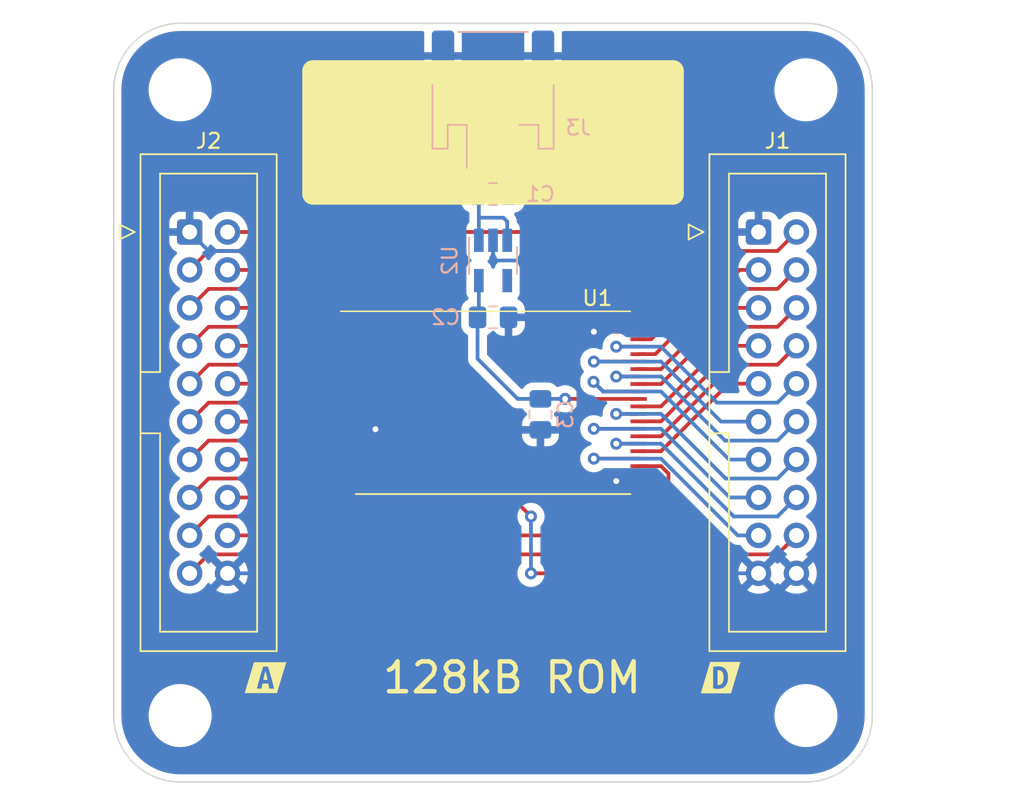
<source format=kicad_pcb>
(kicad_pcb (version 20211014) (generator pcbnew)
  (layers (0 "F.Cu" signal) (31 "B.Cu" signal) (34 "B.Paste" user) (35 "F.Paste" user) (36 "B.SilkS" user "B.Silkscreen") (37 "F.SilkS" user "F.Silkscreen") (38 "B.Mask" user) (39 "F.Mask" user) (44 "Edge.Cuts" user))
  (net 0 "")
  (net 1 "GND")
  (net 2 "/V_IN")
  (net 3 "VCC")
  (net 12 "/D14")
  (net 13 "/D12")
  (net 14 "/D10")
  (net 15 "/D8")
  (net 16 "/D6")
  (net 17 "/D4")
  (net 18 "/D2")
  (net 19 "/D0")
  (net 20 "/D13")
  (net 21 "/D11")
  (net 22 "/D9")
  (net 23 "/D7")
  (net 24 "/D5")
  (net 25 "/D3")
  (net 26 "/D1")
  (net 27 "/A0")
  (net 28 "/A2")
  (net 29 "/A4")
  (net 30 "/A6")
  (net 31 "/A8")
  (net 32 "/A10")
  (net 33 "/A12")
  (net 34 "/A14")
  (net 35 "/A16")
  (net 36 "/A1")
  (net 37 "/A3")
  (net 38 "/A5")
  (net 39 "/A7")
  (net 40 "/A9")
  (net 41 "/A11")
  (net 42 "/A13")
  (net 43 "/A15")
  (net 44 "/D15")
  (net 45 "/~{WE}")
  (net 46 "/~{OE}")
  (footprint "Package_SO:TSOP-I-48_18.4x12mm_P0.5mm" (layer "F.Cu") (at 109.22 55.88)
    (fp_text reference "U1" (at 6.985 -7) (layer "F.SilkS"))
    (fp_text value "SST39VF800A-EKE")
    (fp_line (start 9.2 -6.12) (end -10.2 -6.12) (layer "F.SilkS") (width 0.1))
    (fp_line (start -9.2 6.12) (end 9.2 6.12) (layer "F.SilkS") (width 0.12))
    (pad "1" smd rect locked (at -9.75 -5.75) (size 1.1 0.25) (layers "F.Cu" "F.Paste" "F.Mask") (net 43 "/A15"))
    (pad "2" smd rect locked (at -9.75 -5.25) (size 1.1 0.25) (layers "F.Cu" "F.Paste" "F.Mask") (net 34 "/A14"))
    (pad "3" smd rect locked (at -9.75 -4.75) (size 1.1 0.25) (layers "F.Cu" "F.Paste" "F.Mask") (net 42 "/A13"))
    (pad "4" smd rect locked (at -9.75 -4.25) (size 1.1 0.25) (layers "F.Cu" "F.Paste" "F.Mask") (net 33 "/A12"))
    (pad "5" smd rect locked (at -9.75 -3.75) (size 1.1 0.25) (layers "F.Cu" "F.Paste" "F.Mask") (net 41 "/A11"))
    (pad "6" smd rect locked (at -9.75 -3.25) (size 1.1 0.25) (layers "F.Cu" "F.Paste" "F.Mask") (net 32 "/A10"))
    (pad "7" smd rect locked (at -9.75 -2.75) (size 1.1 0.25) (layers "F.Cu" "F.Paste" "F.Mask") (net 40 "/A9"))
    (pad "8" smd rect locked (at -9.75 -2.25) (size 1.1 0.25) (layers "F.Cu" "F.Paste" "F.Mask") (net 31 "/A8"))
    (pad "9" smd rect locked (at -9.75 -1.75) (size 1.1 0.25) (layers "F.Cu" "F.Paste" "F.Mask"))
    (pad "10" smd rect locked (at -9.75 -1.25) (size 1.1 0.25) (layers "F.Cu" "F.Paste" "F.Mask"))
    (pad "11" smd rect locked (at -9.75 -0.75) (size 1.1 0.25) (layers "F.Cu" "F.Paste" "F.Mask") (net 45 "/~{WE}"))
    (pad "12" smd rect locked (at -9.75 -0.25) (size 1.1 0.25) (layers "F.Cu" "F.Paste" "F.Mask"))
    (pad "13" smd rect locked (at -9.75 0.25) (size 1.1 0.25) (layers "F.Cu" "F.Paste" "F.Mask"))
    (pad "14" smd rect locked (at -9.75 0.75) (size 1.1 0.25) (layers "F.Cu" "F.Paste" "F.Mask"))
    (pad "15" smd rect locked (at -9.75 1.25) (size 1.1 0.25) (layers "F.Cu" "F.Paste" "F.Mask"))
    (pad "16" smd rect locked (at -9.75 1.75) (size 1.1 0.25) (layers "F.Cu" "F.Paste" "F.Mask") (net 1 "GND"))
    (pad "17" smd rect locked (at -9.75 2.25) (size 1.1 0.25) (layers "F.Cu" "F.Paste" "F.Mask") (net 1 "GND"))
    (pad "18" smd rect locked (at -9.75 2.75) (size 1.1 0.25) (layers "F.Cu" "F.Paste" "F.Mask") (net 39 "/A7"))
    (pad "19" smd rect locked (at -9.75 3.25) (size 1.1 0.25) (layers "F.Cu" "F.Paste" "F.Mask") (net 30 "/A6"))
    (pad "20" smd rect locked (at -9.75 3.75) (size 1.1 0.25) (layers "F.Cu" "F.Paste" "F.Mask") (net 38 "/A5"))
    (pad "21" smd rect locked (at -9.75 4.25) (size 1.1 0.25) (layers "F.Cu" "F.Paste" "F.Mask") (net 29 "/A4"))
    (pad "22" smd rect locked (at -9.75 4.75) (size 1.1 0.25) (layers "F.Cu" "F.Paste" "F.Mask") (net 37 "/A3"))
    (pad "23" smd rect locked (at -9.75 5.25) (size 1.1 0.25) (layers "F.Cu" "F.Paste" "F.Mask") (net 28 "/A2"))
    (pad "24" smd rect locked (at -9.75 5.75) (size 1.1 0.25) (layers "F.Cu" "F.Paste" "F.Mask") (net 36 "/A1"))
    (pad "25" smd rect locked (at 9.75 5.75) (size 1.1 0.25) (layers "F.Cu" "F.Paste" "F.Mask") (net 27 "/A0"))
    (pad "26" smd rect locked (at 9.75 5.25) (size 1.1 0.25) (layers "F.Cu" "F.Paste" "F.Mask") (net 1 "GND"))
    (pad "27" smd rect locked (at 9.75 4.75) (size 1.1 0.25) (layers "F.Cu" "F.Paste" "F.Mask") (net 1 "GND"))
    (pad "28" smd rect locked (at 9.75 4.25) (size 1.1 0.25) (layers "F.Cu" "F.Paste" "F.Mask") (net 46 "/~{OE}"))
    (pad "29" smd rect locked (at 9.75 3.75) (size 1.1 0.25) (layers "F.Cu" "F.Paste" "F.Mask") (net 19 "/D0"))
    (pad "30" smd rect locked (at 9.75 3.25) (size 1.1 0.25) (layers "F.Cu" "F.Paste" "F.Mask") (net 15 "/D8"))
    (pad "31" smd rect locked (at 9.75 2.75) (size 1.1 0.25) (layers "F.Cu" "F.Paste" "F.Mask") (net 26 "/D1"))
    (pad "32" smd rect locked (at 9.75 2.25) (size 1.1 0.25) (layers "F.Cu" "F.Paste" "F.Mask") (net 22 "/D9"))
    (pad "33" smd rect locked (at 9.75 1.75) (size 1.1 0.25) (layers "F.Cu" "F.Paste" "F.Mask") (net 18 "/D2"))
    (pad "34" smd rect locked (at 9.75 1.25) (size 1.1 0.25) (layers "F.Cu" "F.Paste" "F.Mask") (net 14 "/D10"))
    (pad "35" smd rect locked (at 9.75 0.75) (size 1.1 0.25) (layers "F.Cu" "F.Paste" "F.Mask") (net 25 "/D3"))
    (pad "36" smd rect locked (at 9.75 0.25) (size 1.1 0.25) (layers "F.Cu" "F.Paste" "F.Mask") (net 21 "/D11"))
    (pad "37" smd rect locked (at 9.75 -0.25) (size 1.1 0.25) (layers "F.Cu" "F.Paste" "F.Mask") (net 3 "VCC"))
    (pad "38" smd rect locked (at 9.75 -0.75) (size 1.1 0.25) (layers "F.Cu" "F.Paste" "F.Mask") (net 17 "/D4"))
    (pad "39" smd rect locked (at 9.75 -1.25) (size 1.1 0.25) (layers "F.Cu" "F.Paste" "F.Mask") (net 13 "/D12"))
    (pad "40" smd rect locked (at 9.75 -1.75) (size 1.1 0.25) (layers "F.Cu" "F.Paste" "F.Mask") (net 24 "/D5"))
    (pad "41" smd rect locked (at 9.75 -2.25) (size 1.1 0.25) (layers "F.Cu" "F.Paste" "F.Mask") (net 20 "/D13"))
    (pad "42" smd rect locked (at 9.75 -2.75) (size 1.1 0.25) (layers "F.Cu" "F.Paste" "F.Mask") (net 16 "/D6"))
    (pad "43" smd rect locked (at 9.75 -3.25) (size 1.1 0.25) (layers "F.Cu" "F.Paste" "F.Mask") (net 12 "/D14"))
    (pad "44" smd rect locked (at 9.75 -3.75) (size 1.1 0.25) (layers "F.Cu" "F.Paste" "F.Mask") (net 23 "/D7"))
    (pad "45" smd rect locked (at 9.75 -4.25) (size 1.1 0.25) (layers "F.Cu" "F.Paste" "F.Mask") (net 44 "/D15"))
    (pad "46" smd rect locked (at 9.75 -4.75) (size 1.1 0.25) (layers "F.Cu" "F.Paste" "F.Mask") (net 1 "GND"))
    (pad "47" smd rect locked (at 9.75 -5.25) (size 1.1 0.25) (layers "F.Cu" "F.Paste" "F.Mask"))
    (pad "48" smd rect locked (at 9.75 -5.75) (size 1.1 0.25) (layers "F.Cu" "F.Paste" "F.Mask") (net 35 "/A16"))
  )
  (footprint "MountingHole:MountingHole_3.2mm_M3" (layer "F.Cu") (at 130.175 76.835)
    (fp_text reference "REF**" hide)
    (fp_text value "MountingHole_3.2mm_M3")
    (pad "" np_thru_hole circle locked (at 0 0) (size 3.2 3.2) (drill 3.2) (layers *.Cu *.Mask))
  )
  (footprint "MountingHole:MountingHole_3.2mm_M3" (layer "F.Cu") (at 88.265 76.835)
    (fp_text reference "REF**" hide)
    (fp_text value "MountingHole_3.2mm_M3")
    (pad "" np_thru_hole circle locked (at 0 0) (size 3.2 3.2) (drill 3.2) (layers *.Cu *.Mask))
  )
  (footprint "MountingHole:MountingHole_3.2mm_M3" (layer "F.Cu") (at 130.175 34.925)
    (fp_text reference "REF**" hide)
    (fp_text value "MountingHole_3.2mm_M3")
    (pad "" np_thru_hole circle locked (at 0 0) (size 3.2 3.2) (drill 3.2) (layers *.Cu *.Mask))
  )
  (footprint "kibuzzard-635AED85" (layer "F.Cu") (at 124.46 74.295)
    (fp_text reference "kibuzzard-635AED85" hide)
    (fp_text value "G***" hide)
    (fp_poly (pts (xy -0.205978 0.497681) (xy -0.179784 0.500062) (xy -0.153591 0.500062) (xy 0.014288 0.461963) (xy 0.123825 0.357188) (xy 0.183356 0.198834) (xy 0.196751 0.102691) (xy 0.201216 -0.002381) (xy 0.186928 -0.188119) (xy 0.136922 -0.347663) (xy 0.039291 -0.458391) (xy -0.120253 -0.500062) (xy -0.163116 -0.498872) (xy -0.205978 -0.492919) (xy -0.205978 0.497681)) (layer "F.SilkS") (width 0) (fill solid))
    (fp_poly (pts (xy -0.498872 -1.052513) (xy -0.310753 -0.747713) (xy -0.146447 -0.754856) (xy -0.007441 -0.744141) (xy 0.119063 -0.711994) (xy 0.230088 -0.656927) (xy 0.322659 -0.577453) (xy 0.396776 -0.473273) (xy 0.452438 -0.344091) (xy 0.487263 -0.187821) (xy 0.498872 -0.002381) (xy 0.486073 0.187226) (xy 0.447675 0.346472) (xy 0.386655 0.477143) (xy 0.305991 0.581025) (xy 0.206871 0.659309) (xy 0.090488 0.713184) (xy -0.040779 0.744438) (xy -0.184547 0.754856) (xy -0.338138 0.746522) (xy -0.498872 0.719138) (xy -0.498872 -0.719138) (xy -0.310753 -0.747713) (xy -0.498872 -1.052513) (xy -0.697309 -1.052513) (xy -1.328817 1.052513) (xy -0.697309 1.052513) (xy -0.498872 1.052513) (xy 0.498872 1.052513) (xy 0.697309 1.052513) (xy 1.328817 -1.052513) (xy 0.697309 -1.052513) (xy 0.498872 -1.052513) (xy -0.498872 -1.052513)) (layer "F.SilkS") (width 0) (fill solid))
  )
  (footprint "MountingHole:MountingHole_3.2mm_M3" (layer "F.Cu") (at 88.265 34.925)
    (fp_text reference "REF**" hide)
    (fp_text value "MountingHole_3.2mm_M3")
    (pad "" np_thru_hole circle locked (at 0 0) (size 3.2 3.2) (drill 3.2) (layers *.Cu *.Mask))
  )
  (footprint "Connector_IDC:IDC-Header_2x10_P2.54mm_Vertical" (layer "F.Cu") (at 88.9 44.45)
    (fp_text reference "J2" (at 1.27 -6.1) (layer "F.SilkS"))
    (fp_text value "Conn_01x20")
    (fp_line (start -1.98 26.77) (end -1.98 13.48) (layer "F.SilkS") (width 0.12))
    (fp_line (start 5.83 -5.21) (end 5.83 28.07) (layer "F.SilkS") (width 0.12))
    (fp_line (start -4.68 -0.5) (end -4.68 0.5) (layer "F.SilkS") (width 0.12))
    (fp_line (start -1.98 13.48) (end -1.98 13.48) (layer "F.SilkS") (width 0.12))
    (fp_line (start -3.29 28.07) (end -3.29 -5.21) (layer "F.SilkS") (width 0.12))
    (fp_line (start 4.52 -3.91) (end 4.52 26.77) (layer "F.SilkS") (width 0.12))
    (fp_line (start 5.83 28.07) (end -3.29 28.07) (layer "F.SilkS") (width 0.12))
    (fp_line (start -3.68 0) (end -4.68 -0.5) (layer "F.SilkS") (width 0.12))
    (fp_line (start -1.98 13.48) (end -3.29 13.48) (layer "F.SilkS") (width 0.12))
    (fp_line (start 4.52 26.77) (end -1.98 26.77) (layer "F.SilkS") (width 0.12))
    (fp_line (start -1.98 9.38) (end -1.98 -3.91) (layer "F.SilkS") (width 0.12))
    (fp_line (start -1.98 -3.91) (end 4.52 -3.91) (layer "F.SilkS") (width 0.12))
    (fp_line (start -3.29 -5.21) (end 5.83 -5.21) (layer "F.SilkS") (width 0.12))
    (fp_line (start -4.68 0.5) (end -3.68 0) (layer "F.SilkS") (width 0.12))
    (fp_line (start -3.29 9.38) (end -1.98 9.38) (layer "F.SilkS") (width 0.12))
    (pad "1" thru_hole roundrect locked (at 0 0) (size 1.7 1.7) (drill 1) (layers *.Cu *.Mask) (roundrect_rratio 0.147059) (net 1 "GND"))
    (pad "2" thru_hole circle locked (at 2.54 0) (size 1.7 1.7) (drill 1) (layers *.Cu *.Mask) (net 35 "/A16"))
    (pad "3" thru_hole circle locked (at 0 2.54) (size 1.7 1.7) (drill 1) (layers *.Cu *.Mask) (net 43 "/A15"))
    (pad "4" thru_hole circle locked (at 2.54 2.54) (size 1.7 1.7) (drill 1) (layers *.Cu *.Mask) (net 34 "/A14"))
    (pad "5" thru_hole circle locked (at 0 5.08) (size 1.7 1.7) (drill 1) (layers *.Cu *.Mask) (net 42 "/A13"))
    (pad "6" thru_hole circle locked (at 2.54 5.08) (size 1.7 1.7) (drill 1) (layers *.Cu *.Mask) (net 33 "/A12"))
    (pad "7" thru_hole circle locked (at 0 7.62) (size 1.7 1.7) (drill 1) (layers *.Cu *.Mask) (net 41 "/A11"))
    (pad "8" thru_hole circle locked (at 2.54 7.62) (size 1.7 1.7) (drill 1) (layers *.Cu *.Mask) (net 32 "/A10"))
    (pad "9" thru_hole circle locked (at 0 10.16) (size 1.7 1.7) (drill 1) (layers *.Cu *.Mask) (net 40 "/A9"))
    (pad "10" thru_hole circle locked (at 2.54 10.16) (size 1.7 1.7) (drill 1) (layers *.Cu *.Mask) (net 31 "/A8"))
    (pad "11" thru_hole circle locked (at 0 12.7) (size 1.7 1.7) (drill 1) (layers *.Cu *.Mask) (net 39 "/A7"))
    (pad "12" thru_hole circle locked (at 2.54 12.7) (size 1.7 1.7) (drill 1) (layers *.Cu *.Mask) (net 30 "/A6"))
    (pad "13" thru_hole circle locked (at 0 15.24) (size 1.7 1.7) (drill 1) (layers *.Cu *.Mask) (net 38 "/A5"))
    (pad "14" thru_hole circle locked (at 2.54 15.24) (size 1.7 1.7) (drill 1) (layers *.Cu *.Mask) (net 29 "/A4"))
    (pad "15" thru_hole circle locked (at 0 17.78) (size 1.7 1.7) (drill 1) (layers *.Cu *.Mask) (net 37 "/A3"))
    (pad "16" thru_hole circle locked (at 2.54 17.78) (size 1.7 1.7) (drill 1) (layers *.Cu *.Mask) (net 28 "/A2"))
    (pad "17" thru_hole circle locked (at 0 20.32) (size 1.7 1.7) (drill 1) (layers *.Cu *.Mask) (net 36 "/A1"))
    (pad "18" thru_hole circle locked (at 2.54 20.32) (size 1.7 1.7) (drill 1) (layers *.Cu *.Mask) (net 27 "/A0"))
    (pad "19" thru_hole circle locked (at 0 22.86) (size 1.7 1.7) (drill 1) (layers *.Cu *.Mask) (net 46 "/~{OE}"))
    (pad "20" thru_hole circle locked (at 2.54 22.86) (size 1.7 1.7) (drill 1) (layers *.Cu *.Mask) (net 1 "GND"))
  )
  (footprint "kibuzzard-635AED97" (layer "F.Cu") (at 93.98 74.295)
    (fp_text reference "kibuzzard-635AED97" hide)
    (fp_text value "G***" hide)
    (fp_poly (pts (xy -0.573881 -1.034653) (xy -0.25658 -0.406301) (xy -0.205234 -0.573956) (xy -0.154781 -0.736997) (xy 0.164306 -0.736997) (xy 0.216619 -0.572616) (xy 0.268784 -0.403324) (xy 0.320799 -0.229121) (xy 0.372666 -0.050006) (xy 0.413861 0.097679) (xy 0.454581 0.250222) (xy 0.494824 0.407622) (xy 0.534591 0.569881) (xy 0.573881 0.736997) (xy 0.259556 0.736997) (xy 0.1905 0.396478) (xy -0.202406 0.396478) (xy -0.269081 0.736997) (xy -0.573881 0.736997) (xy -0.531876 0.565785) (xy -0.48968 0.400764) (xy -0.447294 0.241935) (xy -0.404717 0.089297) (xy -0.36195 -0.05715) (xy -0.308818 -0.234032) (xy -0.25658 -0.406301) (xy -0.573881 -1.034653) (xy -0.772319 -1.034653) (xy -1.393111 1.034653) (xy -0.772319 1.034653) (xy -0.573881 1.034653) (xy 0.573881 1.034653) (xy 0.772319 1.034653) (xy 1.393111 -1.034653) (xy 0.772319 -1.034653) (xy 0.573881 -1.034653) (xy -0.573881 -1.034653)) (layer "F.SilkS") (width 0) (fill solid))
    (fp_poly (pts (xy -0.002381 -0.451247) (xy -0.046434 -0.292894) (xy -0.084534 -0.145256) (xy -0.117872 0.001191) (xy -0.147638 0.153591) (xy 0.140494 0.153591) (xy 0.111919 0.001191) (xy 0.079772 -0.145256) (xy 0.041672 -0.292894) (xy -0.002381 -0.451247)) (layer "F.SilkS") (width 0) (fill solid))
  )
  (footprint "Connector_IDC:IDC-Header_2x10_P2.54mm_Vertical" (layer "F.Cu") (at 127 44.45)
    (fp_text reference "J1" (at 1.27 -6.1) (layer "F.SilkS"))
    (fp_text value "Conn_01x20")
    (fp_line (start -1.98 26.77) (end -1.98 13.48) (layer "F.SilkS") (width 0.12))
    (fp_line (start -4.68 -0.5) (end -4.68 0.5) (layer "F.SilkS") (width 0.12))
    (fp_line (start 5.83 -5.21) (end 5.83 28.07) (layer "F.SilkS") (width 0.12))
    (fp_line (start -3.29 -5.21) (end 5.83 -5.21) (layer "F.SilkS") (width 0.12))
    (fp_line (start -3.29 28.07) (end -3.29 -5.21) (layer "F.SilkS") (width 0.12))
    (fp_line (start -1.98 13.48) (end -1.98 13.48) (layer "F.SilkS") (width 0.12))
    (fp_line (start -3.68 0) (end -4.68 -0.5) (layer "F.SilkS") (width 0.12))
    (fp_line (start -1.98 9.38) (end -1.98 -3.91) (layer "F.SilkS") (width 0.12))
    (fp_line (start -1.98 -3.91) (end 4.52 -3.91) (layer "F.SilkS") (width 0.12))
    (fp_line (start -1.98 13.48) (end -3.29 13.48) (layer "F.SilkS") (width 0.12))
    (fp_line (start 4.52 -3.91) (end 4.52 26.77) (layer "F.SilkS") (width 0.12))
    (fp_line (start 4.52 26.77) (end -1.98 26.77) (layer "F.SilkS") (width 0.12))
    (fp_line (start -3.29 9.38) (end -1.98 9.38) (layer "F.SilkS") (width 0.12))
    (fp_line (start -4.68 0.5) (end -3.68 0) (layer "F.SilkS") (width 0.12))
    (fp_line (start 5.83 28.07) (end -3.29 28.07) (layer "F.SilkS") (width 0.12))
    (pad "1" thru_hole roundrect locked (at 0 0) (size 1.7 1.7) (drill 1) (layers *.Cu *.Mask) (roundrect_rratio 0.147059) (net 1 "GND"))
    (pad "2" thru_hole circle locked (at 2.54 0) (size 1.7 1.7) (drill 1) (layers *.Cu *.Mask) (net 44 "/D15"))
    (pad "3" thru_hole circle locked (at 0 2.54) (size 1.7 1.7) (drill 1) (layers *.Cu *.Mask) (net 12 "/D14"))
    (pad "4" thru_hole circle locked (at 2.54 2.54) (size 1.7 1.7) (drill 1) (layers *.Cu *.Mask) (net 20 "/D13"))
    (pad "5" thru_hole circle locked (at 0 5.08) (size 1.7 1.7) (drill 1) (layers *.Cu *.Mask) (net 13 "/D12"))
    (pad "6" thru_hole circle locked (at 2.54 5.08) (size 1.7 1.7) (drill 1) (layers *.Cu *.Mask) (net 21 "/D11"))
    (pad "7" thru_hole circle locked (at 0 7.62) (size 1.7 1.7) (drill 1) (layers *.Cu *.Mask) (net 14 "/D10"))
    (pad "8" thru_hole circle locked (at 2.54 7.62) (size 1.7 1.7) (drill 1) (layers *.Cu *.Mask) (net 22 "/D9"))
    (pad "9" thru_hole circle locked (at 0 10.16) (size 1.7 1.7) (drill 1) (layers *.Cu *.Mask) (net 15 "/D8"))
    (pad "10" thru_hole circle locked (at 2.54 10.16) (size 1.7 1.7) (drill 1) (layers *.Cu *.Mask) (net 23 "/D7"))
    (pad "11" thru_hole circle locked (at 0 12.7) (size 1.7 1.7) (drill 1) (layers *.Cu *.Mask) (net 16 "/D6"))
    (pad "12" thru_hole circle locked (at 2.54 12.7) (size 1.7 1.7) (drill 1) (layers *.Cu *.Mask) (net 24 "/D5"))
    (pad "13" thru_hole circle locked (at 0 15.24) (size 1.7 1.7) (drill 1) (layers *.Cu *.Mask) (net 17 "/D4"))
    (pad "14" thru_hole circle locked (at 2.54 15.24) (size 1.7 1.7) (drill 1) (layers *.Cu *.Mask) (net 25 "/D3"))
    (pad "15" thru_hole circle locked (at 0 17.78) (size 1.7 1.7) (drill 1) (layers *.Cu *.Mask) (net 18 "/D2"))
    (pad "16" thru_hole circle locked (at 2.54 17.78) (size 1.7 1.7) (drill 1) (layers *.Cu *.Mask) (net 26 "/D1"))
    (pad "17" thru_hole circle locked (at 0 20.32) (size 1.7 1.7) (drill 1) (layers *.Cu *.Mask) (net 19 "/D0"))
    (pad "18" thru_hole circle locked (at 2.54 20.32) (size 1.7 1.7) (drill 1) (layers *.Cu *.Mask) (net 45 "/~{WE}"))
    (pad "19" thru_hole circle locked (at 0 22.86) (size 1.7 1.7) (drill 1) (layers *.Cu *.Mask) (net 1 "GND"))
    (pad "20" thru_hole circle locked (at 2.54 22.86) (size 1.7 1.7) (drill 1) (layers *.Cu *.Mask) (net 1 "GND"))
  )
  (footprint "Capacitor_SMD:C_0805_2012Metric_Pad1.18x1.45mm_HandSolder" (layer "B.Cu") (at 109.22 50.165 180)
    (fp_text reference "C2" (at 3.175 0) (layer "B.SilkS") (effects (justify mirror)))
    (fp_text value "1u")
    (fp_line (start -0.261252 0.735) (end 0.261252 0.735) (layer "B.SilkS") (width 0.12))
    (fp_line (start -0.261252 -0.735) (end 0.261252 -0.735) (layer "B.SilkS") (width 0.12))
    (pad "1" smd roundrect locked (at -1.0375 0 180) (size 1.175 1.45) (layers "B.Cu" "B.Paste" "B.Mask") (roundrect_rratio 0.212766) (net 1 "GND"))
    (pad "2" smd roundrect locked (at 1.0375 0 180) (size 1.175 1.45) (layers "B.Cu" "B.Paste" "B.Mask") (roundrect_rratio 0.212766) (net 3 "VCC"))
  )
  (footprint "Capacitor_SMD:C_0805_2012Metric_Pad1.18x1.45mm_HandSolder" (layer "B.Cu") (at 112.395 56.6635 90)
    (fp_text reference "C3" (at 0 1.68 90) (layer "B.SilkS") (effects (justify mirror)))
    (fp_text value "1u")
    (fp_line (start -0.261252 0.735) (end 0.261252 0.735) (layer "B.SilkS") (width 0.12))
    (fp_line (start -0.261252 -0.735) (end 0.261252 -0.735) (layer "B.SilkS") (width 0.12))
    (pad "1" smd roundrect locked (at -1.0375 0 90) (size 1.175 1.45) (layers "B.Cu" "B.Paste" "B.Mask") (roundrect_rratio 0.212766) (net 1 "GND"))
    (pad "2" smd roundrect locked (at 1.0375 0 90) (size 1.175 1.45) (layers "B.Cu" "B.Paste" "B.Mask") (roundrect_rratio 0.212766) (net 3 "VCC"))
  )
  (footprint "Connector_JST:JST_PH_S2B-PH-SM4-TB_1x02-1MP_P2.00mm_Horizontal" (layer "B.Cu") (at 109.22 35.56)
    (fp_text reference "J3" (at 5.715 1.905) (layer "B.SilkS") (effects (justify mirror)))
    (fp_text value "Conn_Power")
    (fp_line (start -2.34 -4.51) (end 2.34 -4.51) (layer "B.SilkS") (width 0.12))
    (fp_line (start -4.06 -0.94) (end -4.06 3.31) (layer "B.SilkS") (width 0.12))
    (fp_line (start 4.06 3.31) (end 3.04 3.31) (layer "B.SilkS") (width 0.12))
    (fp_line (start -1.76 1.71) (end -1.76 4.6) (layer "B.SilkS") (width 0.12))
    (fp_line (start -4.06 3.31) (end -3.04 3.31) (layer "B.SilkS") (width 0.12))
    (fp_line (start 3.04 3.31) (end 3.04 1.71) (layer "B.SilkS") (width 0.12))
    (fp_line (start 4.06 -0.94) (end 4.06 3.31) (layer "B.SilkS") (width 0.12))
    (fp_line (start -3.04 1.71) (end -1.76 1.71) (layer "B.SilkS") (width 0.12))
    (fp_line (start 3.04 1.71) (end 1.76 1.71) (layer "B.SilkS") (width 0.12))
    (fp_line (start -3.04 3.31) (end -3.04 1.71) (layer "B.SilkS") (width 0.12))
    (pad "1" smd roundrect locked (at -1 2.85) (size 1 3.5) (layers "B.Cu" "B.Paste" "B.Mask") (net 2 "/V_IN"))
    (pad "2" smd roundrect locked (at 1 2.85) (size 1 3.5) (layers "B.Cu" "B.Paste" "B.Mask") (net 1 "GND"))
    (pad "MP" smd roundrect locked (at 3.35 -2.9) (size 1.5 3.4) (layers "B.Cu" "B.Paste" "B.Mask") (roundrect_rratio 0.166667) (net 1 "GND"))
    (pad "MP" smd roundrect locked (at -3.35 -2.9) (size 1.5 3.4) (layers "B.Cu" "B.Paste" "B.Mask") (roundrect_rratio 0.166667) (net 1 "GND"))
  )
  (footprint "Package_TO_SOT_SMD:SOT-23-5_HandSoldering" (layer "B.Cu") (at 109.22 46.355 -90)
    (fp_text reference "U2" (at 0 2.9 90) (layer "B.SilkS") (effects (justify mirror)))
    (fp_text value "MIC5504-3.3YM5")
    (fp_line (start -0.9 -1.61) (end 0.9 -1.61) (layer "B.SilkS") (width 0.12))
    (fp_line (start 0.9 1.61) (end -1.55 1.61) (layer "B.SilkS") (width 0.12))
    (pad "1" smd rect locked (at -1.35 0.95 270) (size 1.56 0.65) (layers "B.Cu" "B.Paste" "B.Mask") (net 2 "/V_IN"))
    (pad "2" smd rect locked (at -1.35 0 270) (size 1.56 0.65) (layers "B.Cu" "B.Paste" "B.Mask") (net 1 "GND"))
    (pad "3" smd rect locked (at -1.35 -0.95 270) (size 1.56 0.65) (layers "B.Cu" "B.Paste" "B.Mask") (net 2 "/V_IN"))
    (pad "4" smd rect locked (at 1.35 -0.95 270) (size 1.56 0.65) (layers "B.Cu" "B.Paste" "B.Mask"))
    (pad "5" smd rect locked (at 1.35 0.95 270) (size 1.56 0.65) (layers "B.Cu" "B.Paste" "B.Mask") (net 3 "VCC"))
  )
  (footprint "Capacitor_SMD:C_0805_2012Metric_Pad1.18x1.45mm_HandSolder" (layer "B.Cu") (at 109.22 41.91 180)
    (fp_text reference "C1" (at -3.175 0) (layer "B.SilkS") (effects (justify mirror)))
    (fp_text value "1u")
    (fp_line (start -0.261252 -0.735) (end 0.261252 -0.735) (layer "B.SilkS") (width 0.12))
    (fp_line (start -0.261252 0.735) (end 0.261252 0.735) (layer "B.SilkS") (width 0.12))
    (pad "1" smd roundrect locked (at -1.0375 0 180) (size 1.175 1.45) (layers "B.Cu" "B.Paste" "B.Mask") (roundrect_rratio 0.212766) (net 1 "GND"))
    (pad "2" smd roundrect locked (at 1.0375 0 180) (size 1.175 1.45) (layers "B.Cu" "B.Paste" "B.Mask") (roundrect_rratio 0.212766) (net 2 "/V_IN"))
  )
  (gr_circle (center 121.285 41.91) (end 121.92 41.91) (layer "F.SilkS") (width 0.15) (fill solid))
  (gr_circle (center 121.285 33.655) (end 121.92 33.655) (layer "F.SilkS") (width 0.15) (fill solid))
  (gr_poly (pts (xy 121.285 33.655) (xy 121.92 33.655) (xy 121.92 41.91) (xy 121.285 41.91) (xy 121.285 42.545) (xy 97.155 42.545) (xy 97.155 41.91) (xy 96.52 41.91) (xy 96.52 33.655) (xy 97.155 33.655) (xy 97.155 33.02) (xy 121.285 33.02)) (layer "F.SilkS") (width 0.15) (fill solid))
  (gr_circle (center 97.155 33.655) (end 97.79 33.655) (layer "F.SilkS") (width 0.15) (fill solid))
  (gr_circle (center 97.155 41.91) (end 97.79 41.91) (layer "F.SilkS") (width 0.15) (fill solid))
  (gr_line (start 130.175 81.28) (end 88.265 81.28) (layer "Edge.Cuts") (width 0.1))
  (gr_line (start 83.82 76.835) (end 83.82 34.925) (layer "Edge.Cuts") (width 0.1))
  (gr_arc (start 134.62 76.835) (mid 133.31809 79.97809) (end 130.175 81.28) (layer "Edge.Cuts") (width 0.1))
  (gr_line (start 134.62 34.925) (end 134.62 76.835) (layer "Edge.Cuts") (width 0.1))
  (gr_line (start 88.265 30.48) (end 130.175 30.48) (layer "Edge.Cuts") (width 0.1))
  (gr_arc (start 130.175 30.48) (mid 133.31809 31.78191) (end 134.62 34.925) (layer "Edge.Cuts") (width 0.1))
  (gr_arc (start 88.265 81.28) (mid 85.12191 79.97809) (end 83.82 76.835) (layer "Edge.Cuts") (width 0.1))
  (gr_arc (start 83.82 34.925) (mid 85.12191 31.78191) (end 88.265 30.48) (layer "Edge.Cuts") (width 0.1))
  (gr_text "128kB ROM" (at 110.49 74.295) (layer "F.SilkS") (effects (font (size 2 2) (thickness 0.3))))
  (segment (start 118.97 61.13) (end 117.47 61.13) (width 0.25) (layer "F.Cu") (net 1))
  (segment (start 99.47 57.63) (end 101.318 57.63) (width 0.25) (layer "F.Cu") (net 1))
  (segment (start 118.97 51.13) (end 115.97 51.13) (width 0.25) (layer "F.Cu") (net 1))
  (segment (start 99.47 58.13) (end 100.874 58.13) (width 0.25) (layer "F.Cu") (net 1))
  (segment (start 117.97 60.63) (end 117.47 61.13) (width 0.25) (layer "F.Cu") (net 1))
  (segment (start 118.97 60.63) (end 117.97 60.63) (width 0.25) (layer "F.Cu") (net 1))
  (segment (start 100.874 58.13) (end 101.346 57.658) (width 0.25) (layer "F.Cu") (net 1))
  (segment (start 101.318 57.63) (end 101.346 57.658) (width 0.25) (layer "F.Cu") (net 1))
  (via (at 117.47 61.13) (size 0.8) (drill 0.4) (layers "F.Cu" "B.Cu") (net 1))
  (via (at 101.346 57.658) (size 0.8) (drill 0.4) (layers "F.Cu" "B.Cu") (net 1))
  (via (at 115.97 51.13) (size 0.8) (drill 0.4) (layers "F.Cu" "B.Cu") (net 1))
  (segment (start 113.03 46.355) (end 113.03 48.895) (width 0.25) (layer "B.Cu") (net 1))
  (segment (start 122.65 44.45) (end 115.97 51.13) (width 0.25) (layer "B.Cu") (net 1))
  (segment (start 115.97 51.13) (end 114.935 52.165) (width 0.25) (layer "B.Cu") (net 1))
  (segment (start 90.17 45.72) (end 99.06 45.72) (width 0.25) (layer "B.Cu") (net 1))
  (segment (start 110.22 35.195) (end 110.22 32.665) (width 0.25) (layer "B.Cu") (net 1))
  (segment (start 111.633 41.91) (end 113.03 43.307) (width 0.25) (layer "B.Cu") (net 1))
  (segment (start 111.76 50.165) (end 110.2575 50.165) (width 0.25) (layer "B.Cu") (net 1))
  (segment (start 114.935 56.769) (end 114.003 57.701) (width 0.25) (layer "B.Cu") (net 1))
  (segment (start 113.03 46.355) (end 109.22 46.355) (width 0.25) (layer "B.Cu") (net 1))
  (segment (start 117.47 61.13) (end 113.454 61.13) (width 0.25) (layer "B.Cu") (net 1))
  (segment (start 110.22 38.41) (end 110.22 41.8725) (width 0.25) (layer "B.Cu") (net 1))
  (segment (start 88.9 44.45) (end 90.17 45.72) (width 0.25) (layer "B.Cu") (net 1))
  (segment (start 105.87 32.66) (end 110.215 32.66) (width 0.25) (layer "B.Cu") (net 1))
  (segment (start 113.03 43.307) (end 113.03 46.355) (width 0.25) (layer "B.Cu") (net 1))
  (segment (start 112.395 60.071) (end 112.395 57.701) (width 0.25) (layer "B.Cu") (net 1))
  (segment (start 96.266 67.31) (end 101.346 62.23) (width 0.25) (layer "B.Cu") (net 1))
  (segment (start 113.03 48.895) (end 111.76 50.165) (width 0.25) (layer "B.Cu") (net 1))
  (segment (start 111.041 57.701) (end 101.346 48.006) (width 0.25) (layer "B.Cu") (net 1))
  (segment (start 99.06 45.72) (end 99.06 40.005) (width 0.25) (layer "B.Cu") (net 1))
  (segment (start 114.003 57.701) (end 112.395 57.701) (width 0.25) (layer "B.Cu") (net 1))
  (segment (start 110.2575 41.91) (end 111.633 41.91) (width 0.25) (layer "B.Cu") (net 1))
  (segment (start 109.22 45.005) (end 109.22 46.355) (width 0.25) (layer "B.Cu") (net 1))
  (segment (start 101.346 50.8) (end 101.346 57.658) (width 0.25) (layer "B.Cu") (net 1))
  (segment (start 101.346 62.23) (end 101.346 57.658) (width 0.25) (layer "B.Cu") (net 1))
  (segment (start 112.395 57.701) (end 111.041 57.701) (width 0.25) (layer "B.Cu") (net 1))
  (segment (start 114.935 52.165) (end 114.935 56.769) (width 0.25) (layer "B.Cu") (net 1))
  (segment (start 101.346 48.006) (end 101.346 50.8) (width 0.25) (layer "B.Cu") (net 1))
  (segment (start 110.215 32.66) (end 112.57 32.66) (width 0.25) (layer "B.Cu") (net 1))
  (segment (start 110.22 38.41) (end 110.22 35.195) (width 0.25) (layer "B.Cu") (net 1))
  (segment (start 123.65 67.31) (end 127 67.31) (width 0.25) (layer "B.Cu") (net 1))
  (segment (start 103.87 35.195) (end 110.22 35.195) (width 0.25) (layer "B.Cu") (net 1))
  (segment (start 99.06 40.005) (end 103.87 35.195) (width 0.25) (layer "B.Cu") (net 1))
  (segment (start 122.65 44.45) (end 127 44.45) (width 0.25) (layer "B.Cu") (net 1))
  (segment (start 122.65 44.45) (end 113.03 44.45) (width 0.25) (layer "B.Cu") (net 1))
  (segment (start 110.22 32.665) (end 110.215 32.66) (width 0.25) (layer "B.Cu") (net 1))
  (segment (start 113.454 61.13) (end 112.395 60.071) (width 0.25) (layer "B.Cu") (net 1))
  (segment (start 99.06 45.72) (end 101.346 48.006) (width 0.25) (layer "B.Cu") (net 1))
  (segment (start 96.266 67.31) (end 91.44 67.31) (width 0.25) (layer "B.Cu") (net 1))
  (segment (start 123.65 67.31) (end 117.47 61.13) (width 0.25) (layer "B.Cu") (net 1))
  (segment (start 110.22 41.8725) (end 110.2575 41.91) (width 0.25) (layer "B.Cu") (net 1))
  (segment (start 108.22 38.41) (end 108.22 41.8725) (width 0.25) (layer "B.Cu") (net 2))
  (segment (start 110.17 43.749) (end 109.916 43.495) (width 0.25) (layer "B.Cu") (net 2))
  (segment (start 110.17 45.005) (end 110.17 43.749) (width 0.25) (layer "B.Cu") (net 2))
  (segment (start 108.1825 41.91) (end 108.27 41.9975) (width 0.25) (layer "B.Cu") (net 2))
  (segment (start 108.22 41.8725) (end 108.1825 41.91) (width 0.25) (layer "B.Cu") (net 2))
  (segment (start 108.27 41.9975) (end 108.27 43.495) (width 0.25) (layer "B.Cu") (net 2))
  (segment (start 109.916 43.495) (end 108.27 43.495) (width 0.25) (layer "B.Cu") (net 2))
  (segment (start 108.27 43.495) (end 108.27 45.005) (width 0.25) (layer "B.Cu") (net 2))
  (segment (start 115.447 55.63) (end 118.97 55.63) (width 0.25) (layer "F.Cu") (net 3))
  (segment (start 114.046 55.626) (end 115.447 55.63) (width 0.25) (layer "F.Cu") (net 3))
  (via (at 114.046 55.626) (size 0.8) (drill 0.4) (layers "F.Cu" "B.Cu") (net 3))
  (segment (start 108.27 50.0775) (end 108.1825 50.165) (width 0.25) (layer "B.Cu") (net 3))
  (segment (start 114.046 55.626) (end 112.395 55.626) (width 0.25) (layer "B.Cu") (net 3))
  (segment (start 108.27 47.705) (end 108.27 50.0775) (width 0.25) (layer "B.Cu") (net 3))
  (segment (start 108.1825 52.9375) (end 110.871 55.626) (width 0.25) (layer "B.Cu") (net 3))
  (segment (start 108.1825 50.165) (end 108.1825 52.9375) (width 0.25) (layer "B.Cu") (net 3))
  (segment (start 110.871 55.626) (end 112.395 55.626) (width 0.25) (layer "B.Cu") (net 3))
  (segment (start 120.09 52.63) (end 118.97 52.63) (width 0.25) (layer "F.Cu") (net 12))
  (segment (start 125.73 46.99) (end 120.09 52.63) (width 0.25) (layer "F.Cu") (net 12))
  (segment (start 127 46.99) (end 125.73 46.99) (width 0.25) (layer "F.Cu") (net 12))
  (segment (start 120.47 54.63) (end 118.97 54.63) (width 0.25) (layer "F.Cu") (net 13))
  (segment (start 125.57 49.53) (end 127 49.53) (width 0.25) (layer "F.Cu") (net 13))
  (segment (start 125.57 49.53) (end 120.47 54.63) (width 0.25) (layer "F.Cu") (net 13))
  (segment (start 125.53 52.07) (end 120.47 57.13) (width 0.25) (layer "F.Cu") (net 14))
  (segment (start 125.53 52.07) (end 127 52.07) (width 0.25) (layer "F.Cu") (net 14))
  (segment (start 120.47 57.13) (end 118.97 57.13) (width 0.25) (layer "F.Cu") (net 14))
  (segment (start 120.47 59.13) (end 118.97 59.13) (width 0.25) (layer "F.Cu") (net 15))
  (segment (start 124.99 54.61) (end 120.47 59.13) (width 0.25) (layer "F.Cu") (net 15))
  (segment (start 124.99 54.61) (end 127 54.61) (width 0.25) (layer "F.Cu") (net 15))
  (segment (start 118.97 53.13) (end 115.97 53.13) (width 0.25) (layer "F.Cu") (net 16))
  (via (at 115.97 53.13) (size 0.8) (drill 0.4) (layers "F.Cu" "B.Cu") (net 16))
  (segment (start 124.49 57.15) (end 127 57.15) (width 0.25) (layer "B.Cu") (net 16))
  (segment (start 120.47 53.13) (end 124.49 57.15) (width 0.25) (layer "B.Cu") (net 16))
  (segment (start 115.97 53.13) (end 120.47 53.13) (width 0.25) (layer "B.Cu") (net 16))
  (segment (start 118.97 55.13) (end 116.574 55.13) (width 0.25) (layer "F.Cu") (net 17))
  (segment (start 115.951 54.483) (end 116.574 55.106) (width 0.25) (layer "F.Cu") (net 17))
  (segment (start 116.574 55.106) (end 116.574 55.13) (width 0.25) (layer "F.Cu") (net 17))
  (via (at 115.951 54.483) (size 0.8) (drill 0.4) (layers "F.Cu" "B.Cu") (net 17))
  (segment (start 116.598 55.13) (end 120.47 55.13) (width 0.25) (layer "B.Cu") (net 17))
  (segment (start 125.03 59.69) (end 127 59.69) (width 0.25) (layer "B.Cu") (net 17))
  (segment (start 115.951 54.483) (end 116.598 55.13) (width 0.25) (layer "B.Cu") (net 17))
  (segment (start 120.47 55.13) (end 125.03 59.69) (width 0.25) (layer "B.Cu") (net 17))
  (segment (start 118.97 57.63) (end 115.97 57.63) (width 0.25) (layer "F.Cu") (net 18))
  (via (at 115.97 57.63) (size 0.8) (drill 0.4) (layers "F.Cu" "B.Cu") (net 18))
  (segment (start 120.47 57.63) (end 125.07 62.23) (width 0.25) (layer "B.Cu") (net 18))
  (segment (start 115.97 57.63) (end 120.47 57.63) (width 0.25) (layer "B.Cu") (net 18))
  (segment (start 125.07 62.23) (end 127 62.23) (width 0.25) (layer "B.Cu") (net 18))
  (segment (start 118.97 59.63) (end 115.97 59.63) (width 0.25) (layer "F.Cu") (net 19))
  (via (at 115.97 59.63) (size 0.8) (drill 0.4) (layers "F.Cu" "B.Cu") (net 19))
  (segment (start 125.61 64.77) (end 127 64.77) (width 0.25) (layer "B.Cu") (net 19))
  (segment (start 115.97 59.63) (end 120.47 59.63) (width 0.25) (layer "B.Cu") (net 19))
  (segment (start 120.47 59.63) (end 125.61 64.77) (width 0.25) (layer "B.Cu") (net 19))
  (segment (start 125.84 48.26) (end 120.47 53.63) (width 0.25) (layer "F.Cu") (net 20))
  (segment (start 120.47 53.63) (end 118.97 53.63) (width 0.25) (layer "F.Cu") (net 20))
  (segment (start 125.84 48.26) (end 128.27 48.26) (width 0.25) (layer "F.Cu") (net 20))
  (segment (start 129.54 46.99) (end 128.27 48.26) (width 0.25) (layer "F.Cu") (net 20))
  (segment (start 120.47 56.13) (end 118.97 56.13) (width 0.25) (layer "F.Cu") (net 21))
  (segment (start 125.8 50.8) (end 128.27 50.8) (width 0.25) (layer "F.Cu") (net 21))
  (segment (start 129.54 49.53) (end 128.27 50.8) (width 0.25) (layer "F.Cu") (net 21))
  (segment (start 125.8 50.8) (end 120.47 56.13) (width 0.25) (layer "F.Cu") (net 21))
  (segment (start 120.47 58.13) (end 118.97 58.13) (width 0.25) (layer "F.Cu") (net 22))
  (segment (start 125.26 53.34) (end 128.27 53.34) (width 0.25) (layer "F.Cu") (net 22))
  (segment (start 129.54 52.07) (end 128.27 53.34) (width 0.25) (layer "F.Cu") (net 22))
  (segment (start 125.26 53.34) (end 120.47 58.13) (width 0.25) (layer "F.Cu") (net 22))
  (segment (start 118.97 52.13) (end 117.47 52.13) (width 0.25) (layer "F.Cu") (net 23))
  (via (at 117.47 52.13) (size 0.8) (drill 0.4) (layers "F.Cu" "B.Cu") (net 23))
  (segment (start 124.22 55.88) (end 128.27 55.88) (width 0.25) (layer "B.Cu") (net 23))
  (segment (start 124.22 55.88) (end 120.47 52.13) (width 0.25) (layer "B.Cu") (net 23))
  (segment (start 129.54 54.61) (end 128.27 55.88) (width 0.25) (layer "B.Cu") (net 23))
  (segment (start 120.47 52.13) (end 117.47 52.13) (width 0.25) (layer "B.Cu") (net 23))
  (segment (start 118.97 54.13) (end 117.47 54.13) (width 0.25) (layer "F.Cu") (net 24))
  (via (at 117.47 54.13) (size 0.8) (drill 0.4) (layers "F.Cu" "B.Cu") (net 24))
  (segment (start 124.76 58.42) (end 128.27 58.42) (width 0.25) (layer "B.Cu") (net 24))
  (segment (start 129.54 57.15) (end 128.27 58.42) (width 0.25) (layer "B.Cu") (net 24))
  (segment (start 120.47 54.13) (end 117.47 54.13) (width 0.25) (layer "B.Cu") (net 24))
  (segment (start 124.76 58.42) (end 120.47 54.13) (width 0.25) (layer "B.Cu") (net 24))
  (segment (start 118.97 56.63) (end 117.47 56.63) (width 0.25) (layer "F.Cu") (net 25))
  (via (at 117.47 56.63) (size 0.8) (drill 0.4) (layers "F.Cu" "B.Cu") (net 25))
  (segment (start 129.54 59.69) (end 128.27 60.96) (width 0.25) (layer "B.Cu") (net 25))
  (segment (start 120.47 56.63) (end 117.47 56.63) (width 0.25) (layer "B.Cu") (net 25))
  (segment (start 124.8 60.96) (end 120.47 56.63) (width 0.25) (layer "B.Cu") (net 25))
  (segment (start 124.8 60.96) (end 128.27 60.96) (width 0.25) (layer "B.Cu") (net 25))
  (segment (start 118.97 58.63) (end 117.47 58.63) (width 0.25) (layer "F.Cu") (net 26))
  (via (at 117.47 58.63) (size 0.8) (drill 0.4) (layers "F.Cu" "B.Cu") (net 26))
  (segment (start 125.34 63.5) (end 120.47 58.63) (width 0.25) (layer "B.Cu") (net 26))
  (segment (start 125.34 63.5) (end 128.27 63.5) (width 0.25) (layer "B.Cu") (net 26))
  (segment (start 120.47 58.63) (end 117.47 58.63) (width 0.25) (layer "B.Cu") (net 26))
  (segment (start 129.54 62.23) (end 128.27 63.5) (width 0.25) (layer "B.Cu") (net 26))
  (segment (start 118.97 63.13) (end 117.33 64.77) (width 0.25) (layer "F.Cu") (net 27))
  (segment (start 117.33 64.77) (end 91.44 64.77) (width 0.25) (layer "F.Cu") (net 27))
  (segment (start 118.97 61.63) (end 118.97 63.13) (width 0.25) (layer "F.Cu") (net 27))
  (segment (start 96.97 61.13) (end 99.47 61.13) (width 0.25) (layer "F.Cu") (net 28))
  (segment (start 95.87 62.23) (end 96.97 61.13) (width 0.25) (layer "F.Cu") (net 28))
  (segment (start 95.87 62.23) (end 91.44 62.23) (width 0.25) (layer "F.Cu") (net 28))
  (segment (start 96.03 59.69) (end 96.47 60.13) (width 0.25) (layer "F.Cu") (net 29))
  (segment (start 96.47 60.13) (end 99.47 60.13) (width 0.25) (layer "F.Cu") (net 29))
  (segment (start 96.03 59.69) (end 91.44 59.69) (width 0.25) (layer "F.Cu") (net 29))
  (segment (start 99.47 59.13) (end 97.47 59.13) (width 0.25) (layer "F.Cu") (net 30))
  (segment (start 95.49 57.15) (end 91.44 57.15) (width 0.25) (layer "F.Cu") (net 30))
  (segment (start 97.47 59.13) (end 95.49 57.15) (width 0.25) (layer "F.Cu") (net 30))
  (segment (start 95.97 53.63) (end 99.47 53.63) (width 0.25) (layer "F.Cu") (net 31))
  (segment (start 94.99 54.61) (end 91.44 54.61) (width 0.25) (layer "F.Cu") (net 31))
  (segment (start 94.99 54.61) (end 95.97 53.63) (width 0.25) (layer "F.Cu") (net 31))
  (segment (start 91.44 52.07) (end 94.91 52.07) (width 0.25) (layer "F.Cu") (net 32))
  (segment (start 94.91 52.07) (end 95.47 52.63) (width 0.25) (layer "F.Cu") (net 32))
  (segment (start 95.47 52.63) (end 99.47 52.63) (width 0.25) (layer "F.Cu") (net 32))
  (segment (start 96.47 51.63) (end 99.47 51.63) (width 0.25) (layer "F.Cu") (net 33))
  (segment (start 94.37 49.53) (end 96.47 51.63) (width 0.25) (layer "F.Cu") (net 33))
  (segment (start 94.37 49.53) (end 91.44 49.53) (width 0.25) (layer "F.Cu") (net 33))
  (segment (start 97.47 50.63) (end 93.83 46.99) (width 0.25) (layer "F.Cu") (net 34))
  (segment (start 99.47 50.63) (end 97.47 50.63) (width 0.25) (layer "F.Cu") (net 34))
  (segment (start 93.83 46.99) (end 91.44 46.99) (width 0.25) (layer "F.Cu") (net 34))
  (segment (start 91.44 44.45) (end 114.79 44.45) (width 0.25) (layer "F.Cu") (net 35))
  (segment (start 118.97 48.63) (end 118.97 50.13) (width 0.25) (layer "F.Cu") (net 35))
  (segment (start 114.79 44.45) (end 118.97 48.63) (width 0.25) (layer "F.Cu") (net 35))
  (segment (start 88.9 64.77) (end 90.17 63.5) (width 0.25) (layer "F.Cu") (net 36))
  (segment (start 95.6 63.5) (end 90.17 63.5) (width 0.25) (layer "F.Cu") (net 36))
  (segment (start 95.6 63.5) (end 97.47 61.63) (width 0.25) (layer "F.Cu") (net 36))
  (segment (start 97.47 61.63) (end 99.47 61.63) (width 0.25) (layer "F.Cu") (net 36))
  (segment (start 96.14 60.96) (end 90.17 60.96) (width 0.25) (layer "F.Cu") (net 37))
  (segment (start 96.47 60.63) (end 99.47 60.63) (width 0.25) (layer "F.Cu") (net 37))
  (segment (start 88.9 62.23) (end 90.17 60.96) (width 0.25) (layer "F.Cu") (net 37))
  (segment (start 96.14 60.96) (end 96.47 60.63) (width 0.25) (layer "F.Cu") (net 37))
  (segment (start 96.97 59.63) (end 95.76 58.42) (width 0.25) (layer "F.Cu") (net 38))
  (segment (start 99.47 59.63) (end 96.97 59.63) (width 0.25) (layer "F.Cu") (net 38))
  (segment (start 90.17 58.42) (end 88.9 59.69) (width 0.25) (layer "F.Cu") (net 38))
  (segment (start 95.76 58.42) (end 90.17 58.42) (width 0.25) (layer "F.Cu") (net 38))
  (segment (start 97.97 58.63) (end 99.47 58.63) (width 0.25) (layer "F.Cu") (net 39))
  (segment (start 90.17 55.88) (end 95.25 55.88) (width 0.25) (layer "F.Cu") (net 39))
  (segment (start 95.22 55.88) (end 97.97 58.63) (width 0.25) (layer "F.Cu") (net 39))
  (segment (start 88.9 57.15) (end 90.17 55.88) (width 0.25) (layer "F.Cu") (net 39))
  (segment (start 90.17 53.34) (end 95.26 53.34) (width 0.25) (layer "F.Cu") (net 40))
  (segment (start 88.9 54.61) (end 90.17 53.34) (width 0.25) (layer "F.Cu") (net 40))
  (segment (start 95.47 53.13) (end 99.47 53.13) (width 0.25) (layer "F.Cu") (net 40))
  (segment (start 95.26 53.34) (end 95.47 53.13) (width 0.25) (layer "F.Cu") (net 40))
  (segment (start 90.17 50.8) (end 94.615 50.8) (width 0.25) (layer "F.Cu") (net 41))
  (segment (start 95.97 52.13) (end 99.47 52.13) (width 0.25) (layer "F.Cu") (net 41))
  (segment (start 88.9 52.07) (end 90.17 50.8) (width 0.25) (layer "F.Cu") (net 41))
  (segment (start 94.64 50.8) (end 95.97 52.13) (width 0.25) (layer "F.Cu") (net 41))
  (segment (start 94.1 48.26) (end 96.97 51.13) (width 0.25) (layer "F.Cu") (net 42))
  (segment (start 96.97 51.13) (end 99.47 51.13) (width 0.25) (layer "F.Cu") (net 42))
  (segment (start 88.9 49.53) (end 90.17 48.26) (width 0.25) (layer "F.Cu") (net 42))
  (segment (start 90.17 48.26) (end 94.1 48.26) (width 0.25) (layer "F.Cu") (net 42))
  (segment (start 93.56 45.72) (end 90.17 45.72) (width 0.25) (layer "F.Cu") (net 43))
  (segment (start 97.97 50.13) (end 93.56 45.72) (width 0.25) (layer "F.Cu") (net 43))
  (segment (start 90.17 45.72) (end 88.9 46.99) (width 0.25) (layer "F.Cu") (net 43))
  (segment (start 99.47 50.13) (end 97.97 50.13) (width 0.25) (layer "F.Cu") (net 43))
  (segment (start 129.54 44.45) (end 128.27 45.72) (width 0.25) (layer "F.Cu") (net 44))
  (segment (start 125.73 45.72) (end 119.82 51.63) (width 0.25) (layer "F.Cu") (net 44))
  (segment (start 119.82 51.63) (end 118.97 51.63) (width 0.25) (layer "F.Cu") (net 44))
  (segment (start 128.27 45.72) (end 125.73 45.72) (width 0.25) (layer "F.Cu") (net 44))
  (segment (start 99.47 55.13) (end 103.39 55.13) (width 0.25) (layer "F.Cu") (net 45))
  (segment (start 103.39 55.13) (end 111.76 63.5) (width 0.25) (layer "F.Cu") (net 45))
  (segment (start 128.27 66.04) (end 121.92 66.04) (width 0.25) (layer "F.Cu") (net 45))
  (segment (start 120.65 67.31) (end 111.76 67.31) (width 0.25) (layer "F.Cu") (net 45))
  (segment (start 121.92 66.04) (end 120.65 67.31) (width 0.25) (layer "F.Cu") (net 45))
  (segment (start 129.54 64.77) (end 128.27 66.04) (width 0.25) (layer "F.Cu") (net 45))
  (via (at 111.76 67.31) (size 0.8) (drill 0.4) (layers "F.Cu" "B.Cu") (net 45))
  (via (at 111.76 63.5) (size 0.8) (drill 0.4) (layers "F.Cu" "B.Cu") (net 45))
  (segment (start 111.76 63.5) (end 111.76 67.31) (width 0.25) (layer "B.Cu") (net 45))
  (segment (start 120.97 60.63) (end 120.97 65.45) (width 0.25) (layer "F.Cu") (net 46))
  (segment (start 120.38 66.04) (end 90.17 66.04) (width 0.25) (layer "F.Cu") (net 46))
  (segment (start 120.47 60.13) (end 120.97 60.63) (width 0.25) (layer "F.Cu") (net 46))
  (segment (start 118.97 60.13) (end 120.47 60.13) (width 0.25) (layer "F.Cu") (net 46))
  (segment (start 90.17 66.04) (end 88.9 67.31) (width 0.25) (layer "F.Cu") (net 46))
  (segment (start 120.97 65.45) (end 120.38 66.04) (width 0.25) (layer "F.Cu") (net 46))
  (zone (net 1) (net_name "GND") (layer "B.Cu") (connect_pads (clearance 0.508)) (min_thickness 0.254) (fill yes (thermal_gap 0.508) (thermal_bridge_width 0.508))
    (polygon (pts (xy 144.78 81.28) (xy 76.2 81.28) (xy 76.2 30.48) (xy 144.78 30.48)))
  )
)
</source>
